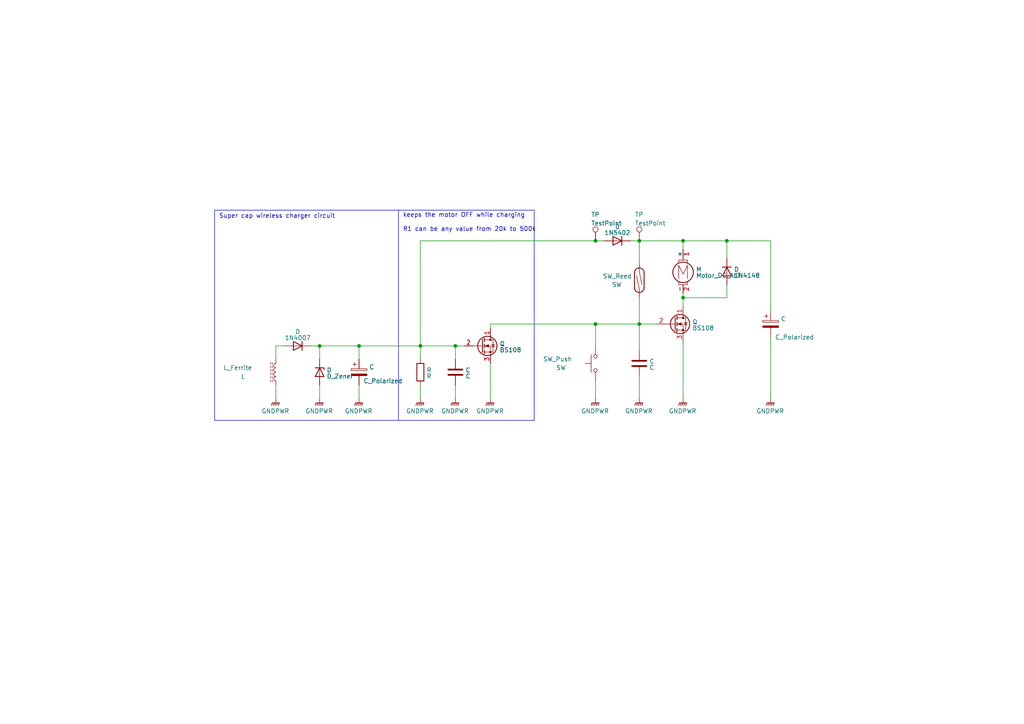
<source format=kicad_sch>
(kicad_sch (version 20220404) (generator eeschema)
  (paper "A4")
  (lib_symbols
    (symbol "Connector:TestPoint" (pin_numbers hide) (pin_names (offset 0.762) hide)
      (property "Reference" "TP" (at 0 6.858 0))
      (property "Value" "TestPoint" (at 0 5.08 0))
      (symbol "TestPoint_0_1"
        (circle (center 0 3.302) (radius 0.762))
      )
      (symbol "TestPoint_1_1"
        (pin passive line (at 0 0 90) (length 2.54) (name "1") (number "1"))
      )
    )
    (symbol "Device:C" (pin_numbers hide) (pin_names (offset 0.254))
      (property "Reference" "C" (at 0.635 2.54 0))
      (property "Value" "C" (at 0.635 -2.54 0))
      (symbol "C_0_1"
        (polyline (pts (xy -2.032 -0.762) (xy 2.032 -0.762)) (stroke (width 0.508)))
        (polyline (pts (xy -2.032 0.762) (xy 2.032 0.762)) (stroke (width 0.508)))
      )
      (symbol "C_1_1"
        (pin passive line (at 0 3.81 270) (length 2.794) (name "~") (number "1"))
        (pin passive line (at 0 -3.81 90) (length 2.794) (name "~") (number "2"))
      )
    )
    (symbol "Device:C_Polarized" (pin_numbers hide) (pin_names (offset 0.254))
      (property "Reference" "C" (at 0.635 2.54 0))
      (property "Value" "C_Polarized" (at 0.635 -2.54 0))
      (symbol "C_Polarized_0_1"
        (rectangle (start -2.286 0.508) (end 2.286 1.016))
        (polyline (pts (xy -1.778 2.286) (xy -0.762 2.286)))
        (polyline (pts (xy -1.27 2.794) (xy -1.27 1.778)))
        (rectangle (start 2.286 -0.508) (end -2.286 -1.016) (fill (type outline)))
      )
      (symbol "C_Polarized_1_1"
        (pin passive line (at 0 3.81 270) (length 2.794) (name "~") (number "1"))
        (pin passive line (at 0 -3.81 90) (length 2.794) (name "~") (number "2"))
      )
    )
    (symbol "Device:D_Zener" (pin_numbers hide) (pin_names (offset 1.016) hide)
      (property "Reference" "D" (at 0 2.54 0))
      (property "Value" "D_Zener" (at 0 -2.54 0))
      (symbol "D_Zener_0_1"
        (polyline (pts (xy 1.27 0) (xy -1.27 0)))
        (polyline (pts (xy -1.27 -1.27) (xy -1.27 1.27) (xy -0.762 1.27)) (stroke (width 0.254)))
        (polyline (pts (xy 1.27 -1.27) (xy 1.27 1.27) (xy -1.27 0) (xy 1.27 -1.27)) (stroke (width 0.254)))
      )
      (symbol "D_Zener_1_1"
        (pin passive line (at -3.81 0 0) (length 2.54) (name "K") (number "1"))
        (pin passive line (at 3.81 0 180) (length 2.54) (name "A") (number "2"))
      )
    )
    (symbol "Device:L_Ferrite" (pin_numbers hide) (pin_names (offset 1.016) hide)
      (property "Reference" "L" (at -1.27 0 90))
      (property "Value" "L_Ferrite" (at 2.794 0 90))
      (symbol "L_Ferrite_0_1"
        (arc (start 0 -2.54) (mid 0.635 -1.905) (end 0 -1.27))
        (arc (start 0 -1.27) (mid 0.635 -0.635) (end 0 0))
        (polyline (pts (xy 1.016 -2.794) (xy 1.016 -2.286)))
        (polyline (pts (xy 1.016 -1.778) (xy 1.016 -1.27)))
        (polyline (pts (xy 1.016 -0.762) (xy 1.016 -0.254)))
        (polyline (pts (xy 1.016 0.254) (xy 1.016 0.762)))
        (polyline (pts (xy 1.016 1.27) (xy 1.016 1.778)))
        (polyline (pts (xy 1.016 2.286) (xy 1.016 2.794)))
        (polyline (pts (xy 1.524 -2.286) (xy 1.524 -2.794)))
        (polyline (pts (xy 1.524 -1.27) (xy 1.524 -1.778)))
        (polyline (pts (xy 1.524 -0.254) (xy 1.524 -0.762)))
        (polyline (pts (xy 1.524 0.762) (xy 1.524 0.254)))
        (polyline (pts (xy 1.524 1.778) (xy 1.524 1.27)))
        (polyline (pts (xy 1.524 2.794) (xy 1.524 2.286)))
        (arc (start 0 0) (mid 0.635 0.635) (end 0 1.27))
        (arc (start 0 1.27) (mid 0.635 1.905) (end 0 2.54))
      )
      (symbol "L_Ferrite_1_1"
        (pin passive line (at 0 3.81 270) (length 1.27) (name "1") (number "1"))
        (pin passive line (at 0 -3.81 90) (length 1.27) (name "2") (number "2"))
      )
    )
    (symbol "Device:R" (pin_numbers hide) (pin_names (offset 0))
      (property "Reference" "R" (at 2.032 0 90))
      (property "Value" "R" (at 0 0 90))
      (symbol "R_0_1"
        (rectangle (start -1.016 -2.54) (end 1.016 2.54) (stroke (width 0.254)))
      )
      (symbol "R_1_1"
        (pin passive line (at 0 3.81 270) (length 1.27) (name "~") (number "1"))
        (pin passive line (at 0 -3.81 90) (length 1.27) (name "~") (number "2"))
      )
    )
    (symbol "Diode:1N4007" (pin_numbers hide) (pin_names (offset 1.016) hide)
      (property "Reference" "D" (at 0 2.54 0))
      (property "Value" "1N4007" (at 0 -2.54 0))
      (symbol "1N4007_0_1"
        (polyline (pts (xy -1.27 1.27) (xy -1.27 -1.27)) (stroke (width 0.254)))
        (polyline (pts (xy 1.27 0) (xy -1.27 0)))
        (polyline (pts (xy 1.27 1.27) (xy 1.27 -1.27) (xy -1.27 0) (xy 1.27 1.27)) (stroke (width 0.254)))
      )
      (symbol "1N4007_1_1"
        (pin passive line (at -3.81 0 0) (length 2.54) (name "K") (number "1"))
        (pin passive line (at 3.81 0 180) (length 2.54) (name "A") (number "2"))
      )
    )
    (symbol "Diode:1N4148" (pin_numbers hide) (pin_names (offset 1.016) hide)
      (property "Reference" "D" (at 0 2.54 0))
      (property "Value" "1N4148" (at 0 -2.54 0))
      (symbol "1N4148_0_1"
        (polyline (pts (xy -1.27 1.27) (xy -1.27 -1.27)) (stroke (width 0.254)))
        (polyline (pts (xy 1.27 0) (xy -1.27 0)))
        (polyline (pts (xy 1.27 1.27) (xy 1.27 -1.27) (xy -1.27 0) (xy 1.27 1.27)) (stroke (width 0.254)))
      )
      (symbol "1N4148_1_1"
        (pin passive line (at -3.81 0 0) (length 2.54) (name "K") (number "1"))
        (pin passive line (at 3.81 0 180) (length 2.54) (name "A") (number "2"))
      )
    )
    (symbol "Diode:1N5402" (pin_numbers hide) (pin_names (offset 1.016) hide)
      (property "Reference" "D" (at 0 2.54 0))
      (property "Value" "1N5402" (at 0 -2.54 0))
      (symbol "1N5402_0_1"
        (polyline (pts (xy -1.27 1.27) (xy -1.27 -1.27)) (stroke (width 0.254)))
        (polyline (pts (xy 1.27 0) (xy -1.27 0)))
        (polyline (pts (xy 1.27 1.27) (xy 1.27 -1.27) (xy -1.27 0) (xy 1.27 1.27)) (stroke (width 0.254)))
      )
      (symbol "1N5402_1_1"
        (pin passive line (at -3.81 0 0) (length 2.54) (name "K") (number "1"))
        (pin passive line (at 3.81 0 180) (length 2.54) (name "A") (number "2"))
      )
    )
    (symbol "Motor:Motor_DC_ALT" (pin_names (offset 0))
      (property "Reference" "M" (at 2.54 2.54 0))
      (property "Value" "Motor_DC_ALT" (at 2.54 -5.08 0))
      (symbol "Motor_DC_ALT_0_0"
        (circle (center 0 -1.524) (radius 2.9718) (stroke (width 0.254)))
        (polyline (pts (xy -1.27 -4.318) (xy -1.27 -5.08) (xy 1.27 -5.08) (xy 1.27 -4.318)))
        (polyline (pts (xy -1.27 1.27) (xy -1.27 2.032) (xy 1.27 2.032) (xy 1.27 1.27)))
        (polyline (pts (xy -1.27 -3.302) (xy -1.27 0.508) (xy 0 -2.032) (xy 1.27 0.508) (xy 1.27 -3.302)))
      )
      (symbol "Motor_DC_ALT_0_1"
        (polyline (pts (xy 0 2.032) (xy 0 2.54)))
      )
      (symbol "Motor_DC_ALT_1_1"
        (pin passive line (at 0 5.08 270) (length 2.54) (name "+") (number "1"))
        (pin passive line (at 0 -7.62 90) (length 2.54) (name "-") (number "2"))
      )
    )
    (symbol "Switch:SW_Push" (pin_numbers hide) (pin_names (offset 1.016) hide)
      (property "Reference" "SW" (at 1.27 2.54 0))
      (property "Value" "SW_Push" (at 0 -1.524 0))
      (symbol "SW_Push_0_1"
        (circle (center -2.032 0) (radius 0.508))
        (polyline (pts (xy 0 1.27) (xy 0 3.048)))
        (polyline (pts (xy 2.54 1.27) (xy -2.54 1.27)))
        (circle (center 2.032 0) (radius 0.508))
        (pin passive line (at -5.08 0 0) (length 2.54) (name "1") (number "1"))
        (pin passive line (at 5.08 0 180) (length 2.54) (name "2") (number "2"))
      )
    )
    (symbol "Switch:SW_Reed" (pin_numbers hide) (pin_names (offset 0) hide)
      (property "Reference" "SW" (at 0 2.54 0))
      (property "Value" "SW_Reed" (at 0 -2.54 0))
      (symbol "SW_Reed_0_0"
        (arc (start -2.159 1.397) (mid -3.556 0) (end -2.159 -1.397) (stroke (width 0.254)))
        (polyline (pts (xy -2.54 0) (xy 1.27 0.762)))
        (polyline (pts (xy -2.159 -1.397) (xy 2.286 -1.397)) (stroke (width 0.254)))
        (polyline (pts (xy 2.159 1.397) (xy -2.159 1.397)) (stroke (width 0.254)))
        (polyline (pts (xy 2.54 0) (xy -1.27 -0.762)))
        (arc (start 2.159 -1.397) (mid 3.556 0) (end 2.159 1.397) (stroke (width 0.254)))
      )
      (symbol "SW_Reed_1_1"
        (pin passive line (at -5.08 0 0) (length 2.54) (name "1") (number "1"))
        (pin passive line (at 5.08 0 180) (length 2.54) (name "2") (number "2"))
      )
    )
    (symbol "Transistor_FET:BS108" (pin_names hide)
      (property "Reference" "Q" (at 5.08 1.905 0))
      (property "Value" "BS108" (at 5.08 0 0))
      (symbol "BS108_0_1"
        (polyline (pts (xy 0.254 0) (xy -2.54 0)))
        (polyline (pts (xy 0.254 1.905) (xy 0.254 -1.905)) (stroke (width 0.254)))
        (polyline (pts (xy 0.762 -1.27) (xy 0.762 -2.286)) (stroke (width 0.254)))
        (polyline (pts (xy 0.762 0.508) (xy 0.762 -0.508)) (stroke (width 0.254)))
        (polyline (pts (xy 0.762 2.286) (xy 0.762 1.27)) (stroke (width 0.254)))
        (polyline (pts (xy 2.54 2.54) (xy 2.54 1.778)))
        (polyline (pts (xy 2.54 -2.54) (xy 2.54 0) (xy 0.762 0)))
        (polyline (pts (xy 0.762 -1.778) (xy 3.302 -1.778) (xy 3.302 1.778) (xy 0.762 1.778)))
        (polyline (pts (xy 1.016 0) (xy 2.032 0.381) (xy 2.032 -0.381) (xy 1.016 0)) (fill (type outline)))
        (polyline (pts (xy 2.794 0.508) (xy 2.921 0.381) (xy 3.683 0.381) (xy 3.81 0.254)))
        (polyline (pts (xy 3.302 0.381) (xy 2.921 -0.254) (xy 3.683 -0.254) (xy 3.302 0.381)))
        (circle (center 1.651 0) (radius 2.794) (stroke (width 0.254)))
        (circle (center 2.54 -1.778) (radius 0.254) (fill (type outline)))
        (circle (center 2.54 1.778) (radius 0.254) (fill (type outline)))
      )
      (symbol "BS108_1_1"
        (pin passive line (at 2.54 5.08 270) (length 2.54) (name "D") (number "1"))
        (pin input line (at -5.08 0 0) (length 2.54) (name "G") (number "2"))
        (pin passive line (at 2.54 -5.08 90) (length 2.54) (name "S") (number "3"))
      )
    )
    (symbol "power:GNDPWR" (power) (pin_names (offset 0))
      (property "Value" "GNDPWR" (at 0 -3.302 0))
      (symbol "GNDPWR_0_1"
        (polyline (pts (xy 0 -1.27) (xy 0 0)))
        (polyline (pts (xy -1.016 -1.27) (xy -1.27 -2.032) (xy -1.27 -2.032)) (stroke (width 0.2032)))
        (polyline (pts (xy -0.508 -1.27) (xy -0.762 -2.032) (xy -0.762 -2.032)) (stroke (width 0.2032)))
        (polyline (pts (xy 0 -1.27) (xy -0.254 -2.032) (xy -0.254 -2.032)) (stroke (width 0.2032)))
        (polyline (pts (xy 0.508 -1.27) (xy 0.254 -2.032) (xy 0.254 -2.032)) (stroke (width 0.2032)))
        (polyline (pts (xy 1.016 -1.27) (xy -1.016 -1.27) (xy -1.016 -1.27)) (stroke (width 0.2032)))
        (polyline (pts (xy 1.016 -1.27) (xy 0.762 -2.032) (xy 0.762 -2.032) (xy 0.762 -2.032)) (stroke (width 0.2032)))
      )
      (symbol "GNDPWR_1_1"
        (pin power_in line (at 0 0 270) (length 0) hide (name "GNDPWR") (number "1"))
      )
    )
  )
  (junction (at 92.71 100.33))
  (junction (at 198.12 69.85))
  (junction (at 185.42 93.98))
  (junction (at 172.72 69.85))
  (junction (at 185.42 69.85))
  (junction (at 210.82 69.85))
  (junction (at 104.14 100.33))
  (junction (at 198.12 86.36))
  (junction (at 121.92 100.33))
  (junction (at 132.08 100.33))
  (junction (at 172.72 93.98))
  (wire (pts (xy 80.01 100.33) (xy 80.01 104.14)))
  (wire (pts (xy 185.42 93.98) (xy 185.42 101.6)))
  (polyline (pts (xy 62.23 60.96) (xy 62.23 121.92)))
  (wire (pts (xy 198.12 85.09) (xy 198.12 86.36)))
  (wire (pts (xy 185.42 109.22) (xy 185.42 115.57)))
  (polyline (pts (xy 115.57 121.92) (xy 62.23 121.92)))
  (wire (pts (xy 223.52 97.79) (xy 223.52 115.57)))
  (wire (pts (xy 92.71 111.76) (xy 92.71 115.57)))
  (wire (pts (xy 121.92 69.85) (xy 172.72 69.85)))
  (wire (pts (xy 121.92 111.76) (xy 121.92 115.57)))
  (wire (pts (xy 210.82 86.36) (xy 210.82 82.55)))
  (wire (pts (xy 82.55 100.33) (xy 80.01 100.33)))
  (wire (pts (xy 210.82 69.85) (xy 210.82 74.93)))
  (wire (pts (xy 185.42 69.85) (xy 185.42 76.2)))
  (wire (pts (xy 92.71 100.33) (xy 92.71 104.14)))
  (wire (pts (xy 121.92 100.33) (xy 121.92 104.14)))
  (wire (pts (xy 132.08 100.33) (xy 134.62 100.33)))
  (wire (pts (xy 92.71 100.33) (xy 104.14 100.33)))
  (wire (pts (xy 172.72 69.85) (xy 175.26 69.85)))
  (wire (pts (xy 90.17 100.33) (xy 92.71 100.33)))
  (wire (pts (xy 198.12 86.36) (xy 198.12 88.9)))
  (polyline (pts (xy 115.57 60.96) (xy 154.94 60.96)))
  (wire (pts (xy 172.72 93.98) (xy 185.42 93.98)))
  (polyline (pts (xy 115.57 60.96) (xy 115.57 121.92)))
  (wire (pts (xy 223.52 69.85) (xy 223.52 90.17)))
  (polyline (pts (xy 154.94 121.92) (xy 115.57 121.92)))
  (polyline (pts (xy 62.23 60.96) (xy 115.57 60.96)))
  (wire (pts (xy 121.92 100.33) (xy 132.08 100.33)))
  (wire (pts (xy 172.72 110.49) (xy 172.72 115.57)))
  (wire (pts (xy 142.24 105.41) (xy 142.24 115.57)))
  (wire (pts (xy 210.82 69.85) (xy 223.52 69.85)))
  (wire (pts (xy 198.12 99.06) (xy 198.12 115.57)))
  (wire (pts (xy 142.24 93.98) (xy 142.24 95.25)))
  (wire (pts (xy 172.72 93.98) (xy 172.72 100.33)))
  (wire (pts (xy 121.92 100.33) (xy 121.92 69.85)))
  (polyline (pts (xy 154.94 60.96) (xy 154.94 121.92)))
  (wire (pts (xy 185.42 93.98) (xy 190.5 93.98)))
  (wire (pts (xy 198.12 69.85) (xy 210.82 69.85)))
  (wire (pts (xy 185.42 86.36) (xy 185.42 93.98)))
  (wire (pts (xy 198.12 69.85) (xy 198.12 72.39)))
  (wire (pts (xy 132.08 100.33) (xy 132.08 104.14)))
  (wire (pts (xy 185.42 69.85) (xy 198.12 69.85)))
  (wire (pts (xy 104.14 100.33) (xy 121.92 100.33)))
  (wire (pts (xy 142.24 93.98) (xy 172.72 93.98)))
  (wire (pts (xy 198.12 86.36) (xy 210.82 86.36)))
  (wire (pts (xy 132.08 111.76) (xy 132.08 115.57)))
  (wire (pts (xy 80.01 111.76) (xy 80.01 115.57)))
  (wire (pts (xy 104.14 111.76) (xy 104.14 115.57)))
  (wire (pts (xy 104.14 100.33) (xy 104.14 104.14)))
  (wire (pts (xy 182.88 69.85) (xy 185.42 69.85)))
  (text "keeps the motor OFF while charging\n\nR1 can be any value from 20k to 500k" (at 116.84 67.31 0) (effects (font (size 1.27 1.27)) (justify left bottom)))
  (text "Super cap wireless charger circuit" (at 63.5 63.5 0) (effects (font (size 1.27 1.27)) (justify left bottom)))
  (symbol (lib_id "power:GNDPWR") (at 185.42 115.57 0) (unit 1)
    (default_instance (reference "#PWR") (unit 1) (value "GNDPWR") (footprint ""))
    (property "Reference" "#PWR" (effects hide))
    (property "Value" "GNDPWR" (at 185.293 119.2197 0))
  )
  (symbol (lib_id "power:GNDPWR") (at 92.71 115.57 0) (unit 1)
    (default_instance (reference "#PWR") (unit 1) (value "GNDPWR") (footprint ""))
    (property "Reference" "#PWR" (effects hide))
    (property "Value" "GNDPWR" (at 92.583 119.2197 0))
  )
  (symbol (lib_id "Switch:SW_Push") (at 172.72 105.41 90) (unit 1)
    (default_instance (reference "SW") (unit 1) (value "SW_Push") (footprint ""))
    (property "Reference" "SW" (at 161.29 106.68 90) (effects (justify right)))
    (property "Value" "SW_Push" (at 157.48 104.14 90) (effects (justify right)))
  )
  (symbol (lib_id "power:GNDPWR") (at 198.12 115.57 0) (unit 1)
    (default_instance (reference "#PWR") (unit 1) (value "GNDPWR") (footprint ""))
    (property "Reference" "#PWR" (effects hide))
    (property "Value" "GNDPWR" (at 197.993 119.2197 0))
  )
  (symbol (lib_id "Device:L_Ferrite") (at 80.01 107.95 0) (mirror y) (unit 1)
    (default_instance (reference "L") (unit 1) (value "L_Ferrite") (footprint ""))
    (property "Reference" "L" (at 69.85 109.22 0) (effects (justify right)))
    (property "Value" "L_Ferrite" (at 64.77 106.68 0) (effects (justify right)))
  )
  (symbol (lib_id "Connector:TestPoint") (at 172.72 69.85 0) (unit 1)
    (default_instance (reference "TP") (unit 1) (value "TestPoint") (footprint ""))
    (property "Reference" "TP" (at 171.45 62.23 0) (effects (justify left)))
    (property "Value" "TestPoint" (at 171.45 64.77 0) (effects (justify left)))
  )
  (symbol (lib_id "Device:R") (at 121.92 107.95 0) (unit 1)
    (default_instance (reference "R") (unit 1) (value "R") (footprint ""))
    (property "Reference" "R" (at 123.698 107.3555 0) (effects (justify left)))
    (property "Value" "R" (at 123.698 109.1177 0) (effects (justify left)))
  )
  (symbol (lib_id "Connector:TestPoint") (at 185.42 69.85 0) (unit 1)
    (default_instance (reference "TP") (unit 1) (value "TestPoint") (footprint ""))
    (property "Reference" "TP" (at 184.15 62.23 0) (effects (justify left)))
    (property "Value" "TestPoint" (at 184.15 64.77 0) (effects (justify left)))
  )
  (symbol (lib_id "Transistor_FET:BS108") (at 195.58 93.98 0) (unit 1)
    (default_instance (reference "Q") (unit 1) (value "BS108") (footprint "Package_TO_SOT_THT:TO-92_Inline"))
    (property "Reference" "Q" (at 200.787 93.3855 0) (effects (justify left)))
    (property "Value" "BS108" (at 200.787 95.1477 0) (effects (justify left)))
    (property "Footprint" "Package_TO_SOT_THT:TO-92_Inline" (effects hide))
    (property "Datasheet" "http://www.redrok.com/MOSFET_BS108_200V_250mA_8O_Vth1.5_TO-92.PDF" (effects hide))
  )
  (symbol (lib_id "Device:D_Zener") (at 92.71 107.95 270) (unit 1)
    (default_instance (reference "D") (unit 1) (value "D_Zener") (footprint ""))
    (property "Reference" "D" (at 94.742 107.3555 90) (effects (justify left)))
    (property "Value" "D_Zener" (at 94.742 109.1177 90) (effects (justify left)))
  )
  (symbol (lib_id "power:GNDPWR") (at 172.72 115.57 0) (unit 1)
    (default_instance (reference "#PWR") (unit 1) (value "GNDPWR") (footprint ""))
    (property "Reference" "#PWR" (effects hide))
    (property "Value" "GNDPWR" (at 172.593 119.2197 0))
  )
  (symbol (lib_id "Diode:1N4148") (at 210.82 78.74 270) (unit 1)
    (default_instance (reference "D") (unit 1) (value "1N4148") (footprint "Diode_THT:D_DO-35_SOD27_P7.62mm_Horizontal"))
    (property "Reference" "D" (at 212.852 78.1455 90) (effects (justify left)))
    (property "Value" "1N4148" (at 212.852 79.9077 90) (effects (justify left)))
    (property "Footprint" "Diode_THT:D_DO-35_SOD27_P7.62mm_Horizontal" (effects hide))
    (property "Datasheet" "https://assets.nexperia.com/documents/data-sheet/1N4148_1N4448.pdf" (effects hide))
  )
  (symbol (lib_id "power:GNDPWR") (at 80.01 115.57 0) (unit 1)
    (default_instance (reference "#PWR") (unit 1) (value "GNDPWR") (footprint ""))
    (property "Reference" "#PWR" (effects hide))
    (property "Value" "GNDPWR" (at 79.883 119.2197 0))
  )
  (symbol (lib_id "power:GNDPWR") (at 223.52 115.57 0) (unit 1)
    (default_instance (reference "#PWR") (unit 1) (value "GNDPWR") (footprint ""))
    (property "Reference" "#PWR" (effects hide))
    (property "Value" "GNDPWR" (at 223.393 119.2197 0))
  )
  (symbol (lib_id "Transistor_FET:BS108") (at 139.7 100.33 0) (unit 1)
    (default_instance (reference "Q") (unit 1) (value "BS108") (footprint "Package_TO_SOT_THT:TO-92_Inline"))
    (property "Reference" "Q" (at 144.907 99.7355 0) (effects (justify left)))
    (property "Value" "BS108" (at 144.907 101.4977 0) (effects (justify left)))
    (property "Footprint" "Package_TO_SOT_THT:TO-92_Inline" (effects hide))
    (property "Datasheet" "http://www.redrok.com/MOSFET_BS108_200V_250mA_8O_Vth1.5_TO-92.PDF" (effects hide))
  )
  (symbol (lib_id "Device:C_Polarized") (at 104.14 107.95 0) (unit 1)
    (default_instance (reference "C") (unit 1) (value "C_Polarized") (footprint ""))
    (property "Reference" "C" (at 107.061 106.4665 0) (effects (justify left)))
    (property "Value" "C_Polarized" (at 105.41 110.49 0) (effects (justify left)))
  )
  (symbol (lib_id "power:GNDPWR") (at 104.14 115.57 0) (unit 1)
    (default_instance (reference "#PWR") (unit 1) (value "GNDPWR") (footprint ""))
    (property "Reference" "#PWR" (effects hide))
    (property "Value" "GNDPWR" (at 104.013 119.2197 0))
  )
  (symbol (lib_id "Diode:1N5402") (at 179.07 69.85 0) (mirror y) (unit 1)
    (default_instance (reference "D") (unit 1) (value "1N5402") (footprint "Diode_THT:D_DO-201AD_P15.24mm_Horizontal"))
    (property "Reference" "D" (at 179.07 65.7479 0))
    (property "Value" "1N5402" (at 179.07 67.5101 0))
    (property "Footprint" "Diode_THT:D_DO-201AD_P15.24mm_Horizontal" (effects hide))
    (property "Datasheet" "http://www.vishay.com/docs/88516/1n5400.pdf" (effects hide))
  )
  (symbol (lib_id "power:GNDPWR") (at 121.92 115.57 0) (unit 1)
    (default_instance (reference "#PWR") (unit 1) (value "GNDPWR") (footprint ""))
    (property "Reference" "#PWR" (effects hide))
    (property "Value" "GNDPWR" (at 121.793 119.2197 0))
  )
  (symbol (lib_id "Device:C") (at 132.08 107.95 0) (unit 1)
    (default_instance (reference "C") (unit 1) (value "C") (footprint ""))
    (property "Reference" "C" (at 135.001 107.3555 0) (effects (justify left)))
    (property "Value" "C" (at 135.001 109.1177 0) (effects (justify left)))
  )
  (symbol (lib_id "power:GNDPWR") (at 142.24 115.57 0) (unit 1)
    (default_instance (reference "#PWR") (unit 1) (value "GNDPWR") (footprint ""))
    (property "Reference" "#PWR" (effects hide))
    (property "Value" "GNDPWR" (at 142.113 119.2197 0))
  )
  (symbol (lib_id "power:GNDPWR") (at 132.08 115.57 0) (unit 1)
    (default_instance (reference "#PWR") (unit 1) (value "GNDPWR") (footprint ""))
    (property "Reference" "#PWR" (effects hide))
    (property "Value" "GNDPWR" (at 131.953 119.2197 0))
  )
  (symbol (lib_id "Diode:1N4007") (at 86.36 100.33 180) (unit 1)
    (default_instance (reference "D") (unit 1) (value "1N4007") (footprint "Diode_THT:D_DO-41_SOD81_P10.16mm_Horizontal"))
    (property "Reference" "D" (at 86.36 96.2279 0))
    (property "Value" "1N4007" (at 86.36 97.9901 0))
    (property "Footprint" "Diode_THT:D_DO-41_SOD81_P10.16mm_Horizontal" (effects hide))
    (property "Datasheet" "http://www.vishay.com/docs/88503/1n4001.pdf" (effects hide))
  )
  (symbol (lib_id "Switch:SW_Reed") (at 185.42 81.28 270) (unit 1)
    (default_instance (reference "SW") (unit 1) (value "SW_Reed") (footprint ""))
    (property "Reference" "SW" (at 180.34 82.55 90) (effects (justify right)))
    (property "Value" "SW_Reed" (at 183.261 80.1123 90) (effects (justify right)))
  )
  (symbol (lib_id "Device:C_Polarized") (at 223.52 93.98 0) (unit 1)
    (default_instance (reference "C") (unit 1) (value "C_Polarized") (footprint ""))
    (property "Reference" "C" (at 226.441 92.4965 0) (effects (justify left)))
    (property "Value" "C_Polarized" (at 224.79 97.79 0) (effects (justify left)))
  )
  (symbol (lib_id "Motor:Motor_DC_ALT") (at 198.12 77.47 0) (unit 1)
    (default_instance (reference "M") (unit 1) (value "Motor_DC_ALT") (footprint ""))
    (property "Reference" "M" (at 201.8538 78.1455 0) (effects (justify left)))
    (property "Value" "Motor_DC_ALT" (at 201.8538 79.9077 0) (effects (justify left)))
  )
  (symbol (lib_id "Device:C") (at 185.42 105.41 0) (unit 1)
    (default_instance (reference "C") (unit 1) (value "C") (footprint ""))
    (property "Reference" "C" (at 188.341 104.8155 0) (effects (justify left)))
    (property "Value" "C" (at 188.341 106.5777 0) (effects (justify left)))
  )
)
</source>
